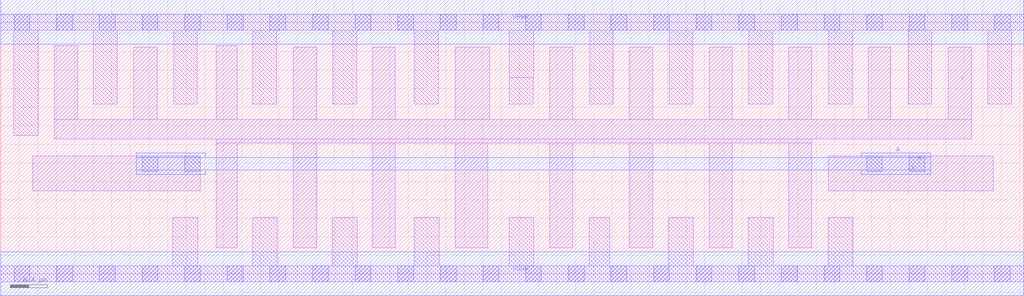
<source format=lef>
# Copyright 2020 The SkyWater PDK Authors
#
# Licensed under the Apache License, Version 2.0 (the "License");
# you may not use this file except in compliance with the License.
# You may obtain a copy of the License at
#
#     https://www.apache.org/licenses/LICENSE-2.0
#
# Unless required by applicable law or agreed to in writing, software
# distributed under the License is distributed on an "AS IS" BASIS,
# WITHOUT WARRANTIES OR CONDITIONS OF ANY KIND, either express or implied.
# See the License for the specific language governing permissions and
# limitations under the License.
#
# SPDX-License-Identifier: Apache-2.0

VERSION 5.7 ;
  NAMESCASESENSITIVE ON ;
  NOWIREEXTENSIONATPIN ON ;
  DIVIDERCHAR "/" ;
  BUSBITCHARS "[]" ;
UNITS
  DATABASE MICRONS 200 ;
END UNITS
MACRO sky130_fd_sc_hd__clkinv_16
  CLASS CORE ;
  SOURCE USER ;
  FOREIGN sky130_fd_sc_hd__clkinv_16 ;
  ORIGIN  0.000000  0.000000 ;
  SIZE  11.04000 BY  2.720000 ;
  SYMMETRY X Y R90 ;
  SITE unithd ;
  PIN A
    ANTENNAGATEAREA  4.608000 ;
    DIRECTION INPUT ;
    USE SIGNAL ;
    PORT
      LAYER li1 ;
        RECT 0.345000 0.895000  2.155000 1.275000 ;
        RECT 8.930000 0.895000 10.710000 1.275000 ;
      LAYER mcon ;
        RECT 1.525000 1.105000 1.695000 1.275000 ;
        RECT 1.985000 1.105000 2.155000 1.275000 ;
        RECT 9.345000 1.105000 9.515000 1.275000 ;
        RECT 9.805000 1.105000 9.975000 1.275000 ;
    END
    PORT
      LAYER met1 ;
        RECT 1.465000 1.075000  2.215000 1.120000 ;
        RECT 1.465000 1.120000 10.035000 1.260000 ;
        RECT 1.465000 1.260000  2.215000 1.305000 ;
        RECT 9.285000 1.075000 10.035000 1.120000 ;
        RECT 9.285000 1.260000 10.035000 1.305000 ;
    END
  END A
  PIN Y
    ANTENNADIFFAREA  4.520900 ;
    DIRECTION OUTPUT ;
    USE SIGNAL ;
    PORT
      LAYER li1 ;
        RECT  0.575000 1.455000 10.480000 1.665000 ;
        RECT  0.575000 1.665000  0.830000 2.465000 ;
        RECT  1.435000 1.665000  1.690000 2.450000 ;
        RECT  2.325000 0.280000  2.550000 1.415000 ;
        RECT  2.325000 1.415000  8.755000 1.455000 ;
        RECT  2.325000 1.665000  2.550000 2.465000 ;
        RECT  3.155000 0.280000  3.410000 1.415000 ;
        RECT  3.155000 1.665000  3.410000 2.450000 ;
        RECT  4.015000 0.280000  4.255000 1.415000 ;
        RECT  4.015000 1.665000  4.255000 2.450000 ;
        RECT  4.905000 0.280000  5.255000 1.415000 ;
        RECT  4.905000 1.665000  5.280000 2.450000 ;
        RECT  5.925000 0.280000  6.175000 1.415000 ;
        RECT  5.925000 1.665000  6.175000 2.450000 ;
        RECT  6.785000 0.280000  7.035000 1.415000 ;
        RECT  6.785000 1.665000  7.035000 2.450000 ;
        RECT  7.645000 0.280000  7.895000 1.415000 ;
        RECT  7.645000 1.665000  7.895000 2.450000 ;
        RECT  8.505000 0.280000  8.755000 1.415000 ;
        RECT  8.505000 1.665000  8.755000 2.450000 ;
        RECT  9.365000 1.665000  9.605000 2.450000 ;
        RECT 10.225000 1.665000 10.480000 2.450000 ;
    END
  END Y
  PIN VGND
    DIRECTION INOUT ;
    SHAPE ABUTMENT ;
    USE GROUND ;
    PORT
      LAYER met1 ;
        RECT 0.000000 -0.240000 11.040000 0.240000 ;
    END
  END VGND
  PIN VPWR
    DIRECTION INOUT ;
    SHAPE ABUTMENT ;
    USE POWER ;
    PORT
      LAYER met1 ;
        RECT 0.000000 2.480000 11.040000 2.960000 ;
    END
  END VPWR
  OBS
    LAYER li1 ;
      RECT  0.000000 -0.085000 11.040000 0.085000 ;
      RECT  0.000000  2.635000 11.040000 2.805000 ;
      RECT  0.140000  1.495000  0.405000 2.635000 ;
      RECT  1.000000  1.835000  1.260000 2.635000 ;
      RECT  1.855000  0.085000  2.125000 0.610000 ;
      RECT  1.865000  1.835000  2.120000 2.635000 ;
      RECT  2.720000  0.085000  2.985000 0.610000 ;
      RECT  2.720000  1.835000  2.980000 2.635000 ;
      RECT  3.580000  0.085000  3.845000 0.610000 ;
      RECT  3.585000  1.835000  3.840000 2.635000 ;
      RECT  4.465000  0.085000  4.730000 0.610000 ;
      RECT  4.465000  1.835000  4.720000 2.635000 ;
      RECT  5.490000  0.085000  5.755000 0.610000 ;
      RECT  5.490000  1.835000  5.745000 2.120000 ;
      RECT  5.490000  2.120000  5.750000 2.635000 ;
      RECT  6.350000  0.085000  6.575000 0.610000 ;
      RECT  6.355000  1.835000  6.610000 2.635000 ;
      RECT  7.210000  0.085000  7.475000 0.610000 ;
      RECT  7.215000  1.835000  7.470000 2.635000 ;
      RECT  8.070000  0.085000  8.335000 0.610000 ;
      RECT  8.075000  1.835000  8.330000 2.635000 ;
      RECT  8.930000  0.085000  9.195000 0.610000 ;
      RECT  8.935000  1.835000  9.190000 2.635000 ;
      RECT  9.795000  1.835000 10.050000 2.635000 ;
      RECT 10.650000  1.835000 10.910000 2.635000 ;
    LAYER mcon ;
      RECT  0.145000 -0.085000  0.315000 0.085000 ;
      RECT  0.145000  2.635000  0.315000 2.805000 ;
      RECT  0.605000 -0.085000  0.775000 0.085000 ;
      RECT  0.605000  2.635000  0.775000 2.805000 ;
      RECT  1.065000 -0.085000  1.235000 0.085000 ;
      RECT  1.065000  2.635000  1.235000 2.805000 ;
      RECT  1.525000 -0.085000  1.695000 0.085000 ;
      RECT  1.525000  2.635000  1.695000 2.805000 ;
      RECT  1.985000 -0.085000  2.155000 0.085000 ;
      RECT  1.985000  2.635000  2.155000 2.805000 ;
      RECT  2.445000 -0.085000  2.615000 0.085000 ;
      RECT  2.445000  2.635000  2.615000 2.805000 ;
      RECT  2.905000 -0.085000  3.075000 0.085000 ;
      RECT  2.905000  2.635000  3.075000 2.805000 ;
      RECT  3.365000 -0.085000  3.535000 0.085000 ;
      RECT  3.365000  2.635000  3.535000 2.805000 ;
      RECT  3.825000 -0.085000  3.995000 0.085000 ;
      RECT  3.825000  2.635000  3.995000 2.805000 ;
      RECT  4.285000 -0.085000  4.455000 0.085000 ;
      RECT  4.285000  2.635000  4.455000 2.805000 ;
      RECT  4.745000 -0.085000  4.915000 0.085000 ;
      RECT  4.745000  2.635000  4.915000 2.805000 ;
      RECT  5.205000 -0.085000  5.375000 0.085000 ;
      RECT  5.205000  2.635000  5.375000 2.805000 ;
      RECT  5.665000 -0.085000  5.835000 0.085000 ;
      RECT  5.665000  2.635000  5.835000 2.805000 ;
      RECT  6.125000 -0.085000  6.295000 0.085000 ;
      RECT  6.125000  2.635000  6.295000 2.805000 ;
      RECT  6.585000 -0.085000  6.755000 0.085000 ;
      RECT  6.585000  2.635000  6.755000 2.805000 ;
      RECT  7.045000 -0.085000  7.215000 0.085000 ;
      RECT  7.045000  2.635000  7.215000 2.805000 ;
      RECT  7.505000 -0.085000  7.675000 0.085000 ;
      RECT  7.505000  2.635000  7.675000 2.805000 ;
      RECT  7.965000 -0.085000  8.135000 0.085000 ;
      RECT  7.965000  2.635000  8.135000 2.805000 ;
      RECT  8.425000 -0.085000  8.595000 0.085000 ;
      RECT  8.425000  2.635000  8.595000 2.805000 ;
      RECT  8.885000 -0.085000  9.055000 0.085000 ;
      RECT  8.885000  2.635000  9.055000 2.805000 ;
      RECT  9.345000 -0.085000  9.515000 0.085000 ;
      RECT  9.345000  2.635000  9.515000 2.805000 ;
      RECT  9.805000 -0.085000  9.975000 0.085000 ;
      RECT  9.805000  2.635000  9.975000 2.805000 ;
      RECT 10.265000 -0.085000 10.435000 0.085000 ;
      RECT 10.265000  2.635000 10.435000 2.805000 ;
      RECT 10.725000 -0.085000 10.895000 0.085000 ;
      RECT 10.725000  2.635000 10.895000 2.805000 ;
  END
END sky130_fd_sc_hd__clkinv_16
END LIBRARY

</source>
